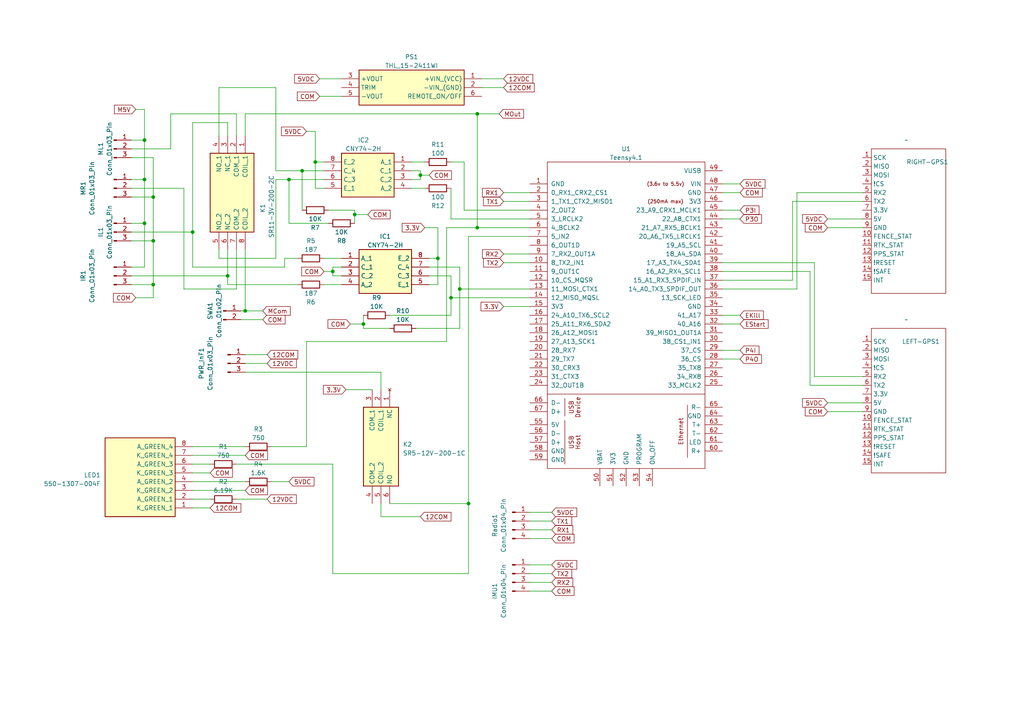
<source format=kicad_sch>
(kicad_sch (version 20230121) (generator eeschema)
  (paper "A4")
  (title_block (title "AGV Control Board") (rev "V1.1") (comment 1 "Missing 5V on J4") (comment 2 "Adding Engine Off and Start Relay") (comment 3 "Optocoupler Changed to CNY74-2H"))
  (lib_symbols
    (symbol "Boards:SparkFun_GPS-RTK"
      (property "Reference" "U3" (at -1.27 -6.35 0))
      (property "Value" "~" (at 0 0 0))
      (symbol "SparkFun_GPS-RTK_0_1"
        (rectangle (start -10.16 -2.54) (end 11.43 -44.45))
      )
      (symbol "SparkFun_GPS-RTK_1_1"
        (pin unspecified line (at -12.7 -6.35 0) (length 2.54) (name "SCK") (number "1"))
        (pin unspecified line (at -12.7 -29.21 0) (length 2.54) (name "FENCE_STAT") (number "10"))
        (pin unspecified line (at -12.7 -31.75 0) (length 2.54) (name "RTK_STAT") (number "11"))
        (pin unspecified line (at -12.7 -34.29 0) (length 2.54) (name "PPS_STAT") (number "12"))
        (pin unspecified line (at -12.7 -36.83 0) (length 2.54) (name "!RESET") (number "13"))
        (pin unspecified line (at -12.7 -39.37 0) (length 2.54) (name "!SAFE") (number "14"))
        (pin unspecified line (at -12.7 -41.91 0) (length 2.54) (name "INT") (number "15"))
        (pin unspecified line (at -12.7 -8.89 0) (length 2.54) (name "MISO") (number "2"))
        (pin unspecified line (at -12.7 -11.43 0) (length 2.54) (name "MOSI") (number "3"))
        (pin unspecified line (at -12.7 -13.97 0) (length 2.54) (name "!CS") (number "4"))
        (pin unspecified line (at -12.7 -16.51 0) (length 2.54) (name "RX2") (number "5"))
        (pin unspecified line (at -12.7 -19.05 0) (length 2.54) (name "TX2") (number "6"))
        (pin unspecified line (at -12.7 -21.59 0) (length 2.54) (name "3.3V") (number "7"))
        (pin unspecified line (at -12.7 -24.13 0) (length 2.54) (name "5V") (number "8"))
        (pin unspecified line (at -12.7 -26.67 0) (length 2.54) (name "GND") (number "9"))
      )
    )
    (symbol "Connector:Conn_01x02_Pin" (pin_names (offset 1.016) hide)
      (property "Reference" "J" (at 0 2.54 0))
      (property "Value" "Conn_01x02_Pin" (at 0 -5.08 0))
      (symbol "Conn_01x02_Pin_1_1"
        (polyline (pts (xy 1.27 -2.54) (xy 0.8636 -2.54)) (stroke (width 0.1524)))
        (polyline (pts (xy 1.27 0) (xy 0.8636 0)) (stroke (width 0.1524)))
        (rectangle (start 0.8636 -2.413) (end 0 -2.667) (stroke (width 0.1524)) (fill (type outline)))
        (rectangle (start 0.8636 0.127) (end 0 -0.127) (stroke (width 0.1524)) (fill (type outline)))
        (pin passive line (at 5.08 0 180) (length 3.81) (name "Pin_1") (number "1"))
        (pin passive line (at 5.08 -2.54 180) (length 3.81) (name "Pin_2") (number "2"))
      )
    )
    (symbol "Connector:Conn_01x03_Pin" (pin_names (offset 1.016) hide)
      (property "Reference" "J" (at 0 5.08 0))
      (property "Value" "Conn_01x03_Pin" (at 0 -5.08 0))
      (symbol "Conn_01x03_Pin_1_1"
        (polyline (pts (xy 1.27 -2.54) (xy 0.8636 -2.54)) (stroke (width 0.1524)))
        (polyline (pts (xy 1.27 0) (xy 0.8636 0)) (stroke (width 0.1524)))
        (polyline (pts (xy 1.27 2.54) (xy 0.8636 2.54)) (stroke (width 0.1524)))
        (rectangle (start 0.8636 -2.413) (end 0 -2.667) (stroke (width 0.1524)) (fill (type outline)))
        (rectangle (start 0.8636 0.127) (end 0 -0.127) (stroke (width 0.1524)) (fill (type outline)))
        (rectangle (start 0.8636 2.667) (end 0 2.413) (stroke (width 0.1524)) (fill (type outline)))
        (pin passive line (at 5.08 2.54 180) (length 3.81) (name "Pin_1") (number "1"))
        (pin passive line (at 5.08 0 180) (length 3.81) (name "Pin_2") (number "2"))
        (pin passive line (at 5.08 -2.54 180) (length 3.81) (name "Pin_3") (number "3"))
      )
    )
    (symbol "Connector:Conn_01x04_Pin" (pin_names (offset 1.016) hide)
      (property "Reference" "J" (at 0 5.08 0))
      (property "Value" "Conn_01x04_Pin" (at 0 -7.62 0))
      (symbol "Conn_01x04_Pin_1_1"
        (polyline (pts (xy 1.27 -5.08) (xy 0.8636 -5.08)) (stroke (width 0.1524)))
        (polyline (pts (xy 1.27 -2.54) (xy 0.8636 -2.54)) (stroke (width 0.1524)))
        (polyline (pts (xy 1.27 0) (xy 0.8636 0)) (stroke (width 0.1524)))
        (polyline (pts (xy 1.27 2.54) (xy 0.8636 2.54)) (stroke (width 0.1524)))
        (rectangle (start 0.8636 -4.953) (end 0 -5.207) (stroke (width 0.1524)) (fill (type outline)))
        (rectangle (start 0.8636 -2.413) (end 0 -2.667) (stroke (width 0.1524)) (fill (type outline)))
        (rectangle (start 0.8636 0.127) (end 0 -0.127) (stroke (width 0.1524)) (fill (type outline)))
        (rectangle (start 0.8636 2.667) (end 0 2.413) (stroke (width 0.1524)) (fill (type outline)))
        (pin passive line (at 5.08 2.54 180) (length 3.81) (name "Pin_1") (number "1"))
        (pin passive line (at 5.08 0 180) (length 3.81) (name "Pin_2") (number "2"))
        (pin passive line (at 5.08 -2.54 180) (length 3.81) (name "Pin_3") (number "3"))
        (pin passive line (at 5.08 -5.08 180) (length 3.81) (name "Pin_4") (number "4"))
      )
    )
    (symbol "Device:R" (pin_numbers hide) (pin_names (offset 0))
      (property "Reference" "R" (at 2.032 0 90))
      (property "Value" "R" (at 0 0 90))
      (symbol "R_0_1"
        (rectangle (start -1.016 -2.54) (end 1.016 2.54) (stroke (width 0.254)))
      )
      (symbol "R_1_1"
        (pin passive line (at 0 3.81 270) (length 1.27) (name "~") (number "1"))
        (pin passive line (at 0 -3.81 90) (length 1.27) (name "~") (number "2"))
      )
    )
    (symbol "SamacSys:550-1307-004F"
      (property "Reference" "LED" (at 26.67 7.62 0))
      (property "Value" "550-1307-004F" (at 26.67 5.08 0))
      (symbol "550-1307-004F_1_1"
        (rectangle (start 5.08 2.54) (end 25.4 -20.32) (stroke (width 0.254)) (fill (type background)))
        (pin passive line (at 0 -17.78 0) (length 5.08) (name "K_GREEN_1") (number "1"))
        (pin passive line (at 0 -15.24 0) (length 5.08) (name "A_GREEN_1") (number "2"))
        (pin passive line (at 0 -12.7 0) (length 5.08) (name "K_GREEN_2") (number "3"))
        (pin passive line (at 0 -10.16 0) (length 5.08) (name "A_GREEN_2") (number "4"))
        (pin passive line (at 0 -7.62 0) (length 5.08) (name "K_GREEN_3") (number "5"))
        (pin passive line (at 0 -5.08 0) (length 5.08) (name "A_GREEN_3") (number "6"))
        (pin passive line (at 0 -2.54 0) (length 5.08) (name "K_GREEN_4") (number "7"))
        (pin passive line (at 0 0 0) (length 5.08) (name "A_GREEN_4") (number "8"))
      )
    )
    (symbol "SamacSys:CNY74-2H"
      (property "Reference" "Q" (at 21.59 7.62 0))
      (property "Value" "CNY74-2H" (at 21.59 5.08 0))
      (symbol "CNY74-2H_1_1"
        (rectangle (start 5.08 2.54) (end 20.32 -10.16) (stroke (width 0.254)) (fill (type background)))
        (pin passive line (at 0 0 0) (length 5.08) (name "A_1") (number "1"))
        (pin passive line (at 0 -2.54 0) (length 5.08) (name "C_1") (number "2"))
        (pin passive line (at 0 -5.08 0) (length 5.08) (name "C_2") (number "3"))
        (pin passive line (at 0 -7.62 0) (length 5.08) (name "A_2") (number "4"))
        (pin passive line (at 25.4 -7.62 180) (length 5.08) (name "E_1") (number "5"))
        (pin passive line (at 25.4 -5.08 180) (length 5.08) (name "C_3") (number "6"))
        (pin passive line (at 25.4 -2.54 180) (length 5.08) (name "C_4") (number "7"))
        (pin passive line (at 25.4 0 180) (length 5.08) (name "E_2") (number "8"))
      )
    )
    (symbol "SamacSys:SR11-3V-200-2C"
      (property "Reference" "K" (at 29.21 7.62 0))
      (property "Value" "SR11-3V-200-2C" (at 29.21 5.08 0))
      (symbol "SR11-3V-200-2C_1_1"
        (rectangle (start 5.08 2.54) (end 27.94 -10.16) (stroke (width 0.254)) (fill (type background)))
        (pin passive line (at 0 0 0) (length 5.08) (name "COIL_1") (number "1"))
        (pin passive line (at 0 -2.54 0) (length 5.08) (name "COM_1") (number "2"))
        (pin passive line (at 0 -5.08 0) (length 5.08) (name "NC_1") (number "3"))
        (pin passive line (at 0 -7.62 0) (length 5.08) (name "NO_1") (number "4"))
        (pin passive line (at 33.02 -7.62 180) (length 5.08) (name "NO_2") (number "5"))
        (pin passive line (at 33.02 -5.08 180) (length 5.08) (name "NC_2") (number "6"))
        (pin passive line (at 33.02 -2.54 180) (length 5.08) (name "COM_2") (number "7"))
        (pin passive line (at 33.02 0 180) (length 5.08) (name "COIL_2") (number "8"))
      )
    )
    (symbol "SamacSys:SR5-12V-200-1C"
      (property "Reference" "J" (at 29.21 7.62 0))
      (property "Value" "SR5-12V-200-1C" (at 29.21 5.08 0))
      (symbol "SR5-12V-200-1C_1_1"
        (rectangle (start 5.08 2.54) (end 27.94 -7.62) (stroke (width 0.254)) (fill (type background)))
        (pin no_connect line (at 0 0 0) (length 5.08) (name "NC") (number "1"))
        (pin passive line (at 0 -2.54 0) (length 5.08) (name "COIL_1") (number "2"))
        (pin passive line (at 0 -5.08 0) (length 5.08) (name "COM_1") (number "3"))
        (pin passive line (at 33.02 -5.08 180) (length 5.08) (name "COM_2") (number "4"))
        (pin passive line (at 33.02 -2.54 180) (length 5.08) (name "COIL_2") (number "5"))
        (pin passive line (at 33.02 0 180) (length 5.08) (name "NO") (number "6"))
      )
    )
    (symbol "SamacSys:THL_15-2411WI"
      (property "Reference" "PS" (at 36.83 7.62 0))
      (property "Value" "THL_15-2411WI" (at 36.83 5.08 0))
      (symbol "THL_15-2411WI_1_1"
        (rectangle (start 5.08 2.54) (end 35.56 -7.62) (stroke (width 0.254)) (fill (type background)))
        (pin passive line (at 40.64 0 180) (length 5.08) (name "+VIN_(VCC)") (number "1"))
        (pin passive line (at 40.64 -2.54 180) (length 5.08) (name "-VIN_(GND)") (number "2"))
        (pin passive line (at 0 0 0) (length 5.08) (name "+VOUT") (number "3"))
        (pin passive line (at 0 -2.54 0) (length 5.08) (name "TRIM") (number "4"))
        (pin passive line (at 0 -5.08 0) (length 5.08) (name "-VOUT") (number "5"))
        (pin passive line (at 40.64 -5.08 180) (length 5.08) (name "REMOTE_ON/OFF") (number "6"))
      )
    )
    (symbol "SparkFun_GPS-RTK_1"
      (property "Reference" "U2" (at 0 -6.35 0))
      (property "Value" "~" (at 0 0 0))
      (symbol "SparkFun_GPS-RTK_1_0_1"
        (rectangle (start -10.16 -2.54) (end 11.43 -44.45))
      )
      (symbol "SparkFun_GPS-RTK_1_1_1"
        (pin unspecified line (at -12.7 -5.08 0) (length 2.54) (name "SCK") (number "1"))
        (pin unspecified line (at -12.7 -27.94 0) (length 2.54) (name "FENCE_STAT") (number "10"))
        (pin unspecified line (at -12.7 -30.48 0) (length 2.54) (name "RTK_STAT") (number "11"))
        (pin unspecified line (at -12.7 -33.02 0) (length 2.54) (name "PPS_STAT") (number "12"))
        (pin unspecified line (at -12.7 -35.56 0) (length 2.54) (name "!RESET") (number "13"))
        (pin unspecified line (at -12.7 -38.1 0) (length 2.54) (name "!SAFE") (number "14"))
        (pin unspecified line (at -12.7 -40.64 0) (length 2.54) (name "INT") (number "15"))
        (pin unspecified line (at -12.7 -7.62 0) (length 2.54) (name "MISO") (number "2"))
        (pin unspecified line (at -12.7 -10.16 0) (length 2.54) (name "MOSI") (number "3"))
        (pin unspecified line (at -12.7 -12.7 0) (length 2.54) (name "!CS") (number "4"))
        (pin unspecified line (at -12.7 -15.24 0) (length 2.54) (name "RX2") (number "5"))
        (pin unspecified line (at -12.7 -17.78 0) (length 2.54) (name "TX2") (number "6"))
        (pin unspecified line (at -12.7 -20.32 0) (length 2.54) (name "3.3V") (number "7"))
        (pin unspecified line (at -12.7 -22.86 0) (length 2.54) (name "5V") (number "8"))
        (pin unspecified line (at -12.7 -25.4 0) (length 2.54) (name "GND") (number "9"))
      )
    )
    (symbol "Teensy:Teensy4.1" (pin_names (offset 1.016))
      (property "Reference" "U" (at 0 64.77 0))
      (property "Value" "Teensy4.1" (at 0 62.23 0))
      (symbol "Teensy4.1_0_0"
        (polyline (pts (xy -22.86 -6.35) (xy 22.86 -6.35)))
        (polyline (pts (xy -17.78 -26.67) (xy -17.78 -13.97)))
        (polyline (pts (xy -17.78 -7.62) (xy -17.78 -12.7)))
        (polyline (pts (xy 17.78 -9.525) (xy 17.78 -24.765)))
        (text "(250mA max)" (at 11.43 49.53 0) (effects (font (size 1.016 1.016))))
        (text "(3.6v to 5.5v)" (at 11.43 54.61 0) (effects (font (size 1.016 1.016))))
        (text "Device" (at -13.97 -10.16 900) (effects (font (size 1.27 1.27))))
        (text "Ethernet" (at 15.875 -17.145 900) (effects (font (size 1.27 1.27))))
        (text "Host" (at -13.97 -20.32 900) (effects (font (size 1.27 1.27))))
        (text "USB" (at -15.875 -20.32 900) (effects (font (size 1.27 1.27))))
        (text "USB" (at -15.875 -10.16 900) (effects (font (size 1.27 1.27))))
        (pin bidirectional line (at -27.94 31.75 0) (length 5.08) (name "8_TX2_IN1") (number "10"))
        (pin bidirectional line (at -27.94 29.21 0) (length 5.08) (name "9_OUT1C") (number "11"))
        (pin bidirectional line (at -27.94 26.67 0) (length 5.08) (name "10_CS_MQSR") (number "12"))
        (pin bidirectional line (at -27.94 24.13 0) (length 5.08) (name "11_MOSI_CTX1") (number "13"))
        (pin bidirectional line (at -27.94 21.59 0) (length 5.08) (name "12_MISO_MQSL") (number "14"))
        (pin power_in line (at -27.94 19.05 0) (length 5.08) (name "3V3") (number "15"))
        (pin bidirectional line (at -27.94 16.51 0) (length 5.08) (name "24_A10_TX6_SCL2") (number "16"))
        (pin bidirectional line (at -27.94 13.97 0) (length 5.08) (name "25_A11_RX6_SDA2") (number "17"))
        (pin bidirectional line (at -27.94 11.43 0) (length 5.08) (name "26_A12_MOSI1") (number "18"))
        (pin bidirectional line (at -27.94 8.89 0) (length 5.08) (name "27_A13_SCK1") (number "19"))
        (pin bidirectional line (at -27.94 6.35 0) (length 5.08) (name "28_RX7") (number "20"))
        (pin bidirectional line (at -27.94 3.81 0) (length 5.08) (name "29_TX7") (number "21"))
        (pin bidirectional line (at -27.94 1.27 0) (length 5.08) (name "30_CRX3") (number "22"))
        (pin bidirectional line (at -27.94 -1.27 0) (length 5.08) (name "31_CTX3") (number "23"))
        (pin bidirectional line (at -27.94 -3.81 0) (length 5.08) (name "32_OUT1B") (number "24"))
        (pin bidirectional line (at 27.94 -3.81 180) (length 5.08) (name "33_MCLK2") (number "25"))
        (pin bidirectional line (at 27.94 -1.27 180) (length 5.08) (name "34_RX8") (number "26"))
        (pin bidirectional line (at 27.94 1.27 180) (length 5.08) (name "35_TX8") (number "27"))
        (pin bidirectional line (at 27.94 3.81 180) (length 5.08) (name "36_CS") (number "28"))
        (pin bidirectional line (at 27.94 6.35 180) (length 5.08) (name "37_CS") (number "29"))
        (pin bidirectional line (at 27.94 8.89 180) (length 5.08) (name "38_CS1_IN1") (number "30"))
        (pin bidirectional line (at 27.94 11.43 180) (length 5.08) (name "39_MISO1_OUT1A") (number "31"))
        (pin bidirectional line (at 27.94 13.97 180) (length 5.08) (name "40_A16") (number "32"))
        (pin bidirectional line (at 27.94 16.51 180) (length 5.08) (name "41_A17") (number "33"))
        (pin bidirectional line (at 27.94 21.59 180) (length 5.08) (name "13_SCK_LED") (number "35"))
        (pin bidirectional line (at 27.94 24.13 180) (length 5.08) (name "14_A0_TX3_SPDIF_OUT") (number "36"))
        (pin bidirectional line (at 27.94 26.67 180) (length 5.08) (name "15_A1_RX3_SPDIF_IN") (number "37"))
        (pin bidirectional line (at 27.94 29.21 180) (length 5.08) (name "16_A2_RX4_SCL1") (number "38"))
        (pin bidirectional line (at 27.94 31.75 180) (length 5.08) (name "17_A3_TX4_SDA1") (number "39"))
        (pin bidirectional line (at 27.94 34.29 180) (length 5.08) (name "18_A4_SDA") (number "40"))
        (pin bidirectional line (at 27.94 36.83 180) (length 5.08) (name "19_A5_SCL") (number "41"))
        (pin bidirectional line (at 27.94 39.37 180) (length 5.08) (name "20_A6_TX5_LRCLK1") (number "42"))
        (pin bidirectional line (at 27.94 41.91 180) (length 5.08) (name "21_A7_RX5_BCLK1") (number "43"))
        (pin bidirectional line (at 27.94 44.45 180) (length 5.08) (name "22_A8_CTX1") (number "44"))
        (pin bidirectional line (at 27.94 46.99 180) (length 5.08) (name "23_A9_CRX1_MCLK1") (number "45"))
        (pin output line (at 27.94 49.53 180) (length 5.08) (name "3V3") (number "46"))
        (pin output line (at 27.94 52.07 180) (length 5.08) (name "GND") (number "47"))
        (pin power_in line (at 27.94 54.61 180) (length 5.08) (name "VIN") (number "48"))
        (pin power_out line (at 27.94 58.42 180) (length 5.08) (name "VUSB") (number "49"))
        (pin bidirectional line (at -27.94 44.45 0) (length 5.08) (name "3_LRCLK2") (number "5"))
        (pin power_in line (at -7.62 -33.02 90) (length 5.08) (name "VBAT") (number "50"))
        (pin power_in line (at -3.81 -33.02 90) (length 5.08) (name "3V3") (number "51"))
        (pin input line (at 0 -33.02 90) (length 5.08) (name "GND") (number "52"))
        (pin input line (at 3.81 -33.02 90) (length 5.08) (name "PROGRAM") (number "53"))
        (pin input line (at 7.62 -33.02 90) (length 5.08) (name "ON_OFF") (number "54"))
        (pin power_out line (at -27.94 -15.24 0) (length 5.08) (name "5V") (number "55"))
        (pin bidirectional line (at -27.94 -17.78 0) (length 5.08) (name "D-") (number "56"))
        (pin bidirectional line (at -27.94 -20.32 0) (length 5.08) (name "D+") (number "57"))
        (pin power_in line (at -27.94 -22.86 0) (length 5.08) (name "GND") (number "58"))
        (pin power_in line (at -27.94 -25.4 0) (length 5.08) (name "GND") (number "59"))
        (pin bidirectional line (at -27.94 41.91 0) (length 5.08) (name "4_BCLK2") (number "6"))
        (pin bidirectional line (at 27.94 -22.86 180) (length 5.08) (name "R+") (number "60"))
        (pin bidirectional line (at 27.94 -20.32 180) (length 5.08) (name "LED") (number "61"))
        (pin bidirectional line (at 27.94 -17.78 180) (length 5.08) (name "T-") (number "62"))
        (pin bidirectional line (at 27.94 -15.24 180) (length 5.08) (name "T+") (number "63"))
        (pin power_in line (at 27.94 -12.7 180) (length 5.08) (name "GND") (number "64"))
        (pin bidirectional line (at 27.94 -10.16 180) (length 5.08) (name "R-") (number "65"))
        (pin bidirectional line (at -27.94 -8.89 0) (length 5.08) (name "D-") (number "66"))
        (pin bidirectional line (at -27.94 -11.43 0) (length 5.08) (name "D+") (number "67"))
        (pin bidirectional line (at -27.94 39.37 0) (length 5.08) (name "5_IN2") (number "7"))
        (pin bidirectional line (at -27.94 36.83 0) (length 5.08) (name "6_OUT1D") (number "8"))
        (pin bidirectional line (at -27.94 34.29 0) (length 5.08) (name "7_RX2_OUT1A") (number "9"))
      )
      (symbol "Teensy4.1_0_1"
        (rectangle (start -22.86 60.96) (end 22.86 -27.94))
        (rectangle (start -20.32 -1.27) (end -20.32 -1.27))
      )
      (symbol "Teensy4.1_1_1"
        (pin power_in line (at -27.94 54.61 0) (length 5.08) (name "GND") (number "1"))
        (pin bidirectional line (at -27.94 52.07 0) (length 5.08) (name "0_RX1_CRX2_CS1") (number "2"))
        (pin bidirectional line (at -27.94 49.53 0) (length 5.08) (name "1_TX1_CTX2_MISO1") (number "3"))
        (pin power_in line (at 27.94 19.05 180) (length 5.08) (name "GND") (number "34"))
        (pin bidirectional line (at -27.94 46.99 0) (length 5.08) (name "2_OUT2") (number "4"))
      )
    )
  )
  (junction (at 102.87 62.23))
  (junction (at 41.91 52.07))
  (junction (at 121.92 50.8))
  (junction (at 55.88 67.31))
  (junction (at 41.91 40.64))
  (junction (at 87.63 49.53))
  (junction (at 66.04 80.01))
  (junction (at 138.43 66.04))
  (junction (at 138.43 33.02))
  (junction (at 135.89 146.05))
  (junction (at 96.52 78.74))
  (junction (at 91.44 46.99))
  (junction (at 127 74.93))
  (junction (at 133.35 83.82))
  (junction (at 105.41 93.98))
  (junction (at 83.82 52.07))
  (junction (at 41.91 64.77))
  (junction (at 71.12 90.17))
  (junction (at 44.45 82.55))
  (junction (at 44.45 57.15))
  (junction (at 44.45 69.85))
  (junction (at 130.81 86.36))
  (wire (pts (xy 209.55 81.28) (xy 229.87 81.28)))
  (wire (pts (xy 138.43 66.04) (xy 138.43 33.02)))
  (wire (pts (xy 209.55 83.82) (xy 231.14 83.82)))
  (wire (pts (xy 146.05 73.66) (xy 153.67 73.66)))
  (wire (pts (xy 134.62 46.99) (xy 134.62 60.96)))
  (wire (pts (xy 71.12 72.39) (xy 71.12 90.17)))
  (wire (pts (xy 80.01 52.07) (xy 83.82 52.07)))
  (wire (pts (xy 91.44 38.1) (xy 91.44 46.99)))
  (wire (pts (xy 38.1 40.64) (xy 41.91 40.64)))
  (wire (pts (xy 234.95 78.74) (xy 234.95 111.76)))
  (wire (pts (xy 96.52 80.01) (xy 96.52 78.74)))
  (wire (pts (xy 153.67 156.21) (xy 160.02 156.21)))
  (wire (pts (xy 96.52 78.74) (xy 96.52 77.47)))
  (wire (pts (xy 87.63 49.53) (xy 93.98 49.53)))
  (wire (pts (xy 41.91 77.47) (xy 41.91 64.77)))
  (wire (pts (xy 138.43 33.02) (xy 144.78 33.02)))
  (wire (pts (xy 124.46 80.01) (xy 130.81 80.01)))
  (wire (pts (xy 138.43 66.04) (xy 153.67 66.04)))
  (wire (pts (xy 71.12 105.41) (xy 77.47 105.41)))
  (wire (pts (xy 68.58 33.02) (xy 68.58 39.37)))
  (wire (pts (xy 240.03 119.38) (xy 250.19 119.38)))
  (wire (pts (xy 68.58 144.78) (xy 77.47 144.78)))
  (wire (pts (xy 38.1 45.72) (xy 44.45 45.72)))
  (wire (pts (xy 80.01 25.4) (xy 80.01 49.53)))
  (wire (pts (xy 41.91 40.64) (xy 41.91 52.07)))
  (wire (pts (xy 100.33 113.03) (xy 107.95 113.03)))
  (wire (pts (xy 153.67 166.37) (xy 160.02 166.37)))
  (wire (pts (xy 209.55 55.88) (xy 214.63 55.88)))
  (wire (pts (xy 95.25 60.96) (xy 102.87 60.96)))
  (wire (pts (xy 153.67 148.59) (xy 160.02 148.59)))
  (wire (pts (xy 209.55 101.6) (xy 214.63 101.6)))
  (wire (pts (xy 119.38 54.61) (xy 123.19 54.61)))
  (wire (pts (xy 139.7 25.4) (xy 146.05 25.4)))
  (wire (pts (xy 80.01 52.07) (xy 80.01 74.93)))
  (wire (pts (xy 124.46 50.8) (xy 121.92 50.8)))
  (wire (pts (xy 71.12 102.87) (xy 77.47 102.87)))
  (wire (pts (xy 80.01 74.93) (xy 63.5 74.93)))
  (wire (pts (xy 102.87 60.96) (xy 102.87 62.23)))
  (wire (pts (xy 55.88 129.54) (xy 71.12 129.54)))
  (wire (pts (xy 38.1 77.47) (xy 41.91 77.47)))
  (wire (pts (xy 110.49 107.95) (xy 110.49 113.03)))
  (wire (pts (xy 68.58 83.82) (xy 68.58 72.39)))
  (wire (pts (xy 123.19 66.04) (xy 127 66.04)))
  (wire (pts (xy 66.04 80.01) (xy 66.04 82.55)))
  (wire (pts (xy 55.88 134.62) (xy 60.96 134.62)))
  (wire (pts (xy 121.92 49.53) (xy 121.92 50.8)))
  (wire (pts (xy 83.82 52.07) (xy 93.98 52.07)))
  (wire (pts (xy 55.88 35.56) (xy 66.04 35.56)))
  (wire (pts (xy 135.89 68.58) (xy 153.67 68.58)))
  (wire (pts (xy 130.81 91.44) (xy 130.81 86.36)))
  (wire (pts (xy 106.68 62.23) (xy 102.87 62.23)))
  (wire (pts (xy 41.91 52.07) (xy 38.1 52.07)))
  (wire (pts (xy 91.44 46.99) (xy 91.44 54.61)))
  (wire (pts (xy 88.9 99.06) (xy 129.54 99.06)))
  (wire (pts (xy 153.67 151.13) (xy 160.02 151.13)))
  (wire (pts (xy 130.81 86.36) (xy 153.67 86.36)))
  (wire (pts (xy 134.62 60.96) (xy 153.67 60.96)))
  (wire (pts (xy 105.41 95.25) (xy 105.41 93.98)))
  (wire (pts (xy 146.05 88.9) (xy 153.67 88.9)))
  (wire (pts (xy 130.81 46.99) (xy 134.62 46.99)))
  (wire (pts (xy 38.1 57.15) (xy 44.45 57.15)))
  (wire (pts (xy 69.85 92.71) (xy 76.2 92.71)))
  (wire (pts (xy 119.38 52.07) (xy 121.92 52.07)))
  (wire (pts (xy 93.98 82.55) (xy 99.06 82.55)))
  (wire (pts (xy 229.87 81.28) (xy 229.87 58.42)))
  (wire (pts (xy 80.01 25.4) (xy 63.5 25.4)))
  (wire (pts (xy 63.5 72.39) (xy 63.5 74.93)))
  (wire (pts (xy 236.22 109.22) (xy 250.19 109.22)))
  (wire (pts (xy 38.1 67.31) (xy 55.88 67.31)))
  (wire (pts (xy 153.67 168.91) (xy 160.02 168.91)))
  (wire (pts (xy 124.46 77.47) (xy 133.35 77.47)))
  (wire (pts (xy 119.38 46.99) (xy 123.19 46.99)))
  (wire (pts (xy 127 66.04) (xy 127 74.93)))
  (wire (pts (xy 130.81 54.61) (xy 130.81 63.5)))
  (wire (pts (xy 209.55 60.96) (xy 214.63 60.96)))
  (wire (pts (xy 93.98 78.74) (xy 96.52 78.74)))
  (wire (pts (xy 240.03 116.84) (xy 250.19 116.84)))
  (wire (pts (xy 49.53 33.02) (xy 68.58 33.02)))
  (wire (pts (xy 80.01 49.53) (xy 87.63 49.53)))
  (wire (pts (xy 38.1 80.01) (xy 66.04 80.01)))
  (wire (pts (xy 229.87 58.42) (xy 250.19 58.42)))
  (wire (pts (xy 121.92 49.53) (xy 119.38 49.53)))
  (wire (pts (xy 209.55 91.44) (xy 214.63 91.44)))
  (wire (pts (xy 153.67 163.83) (xy 160.02 163.83)))
  (wire (pts (xy 95.25 64.77) (xy 83.82 64.77)))
  (wire (pts (xy 55.88 77.47) (xy 55.88 67.31)))
  (wire (pts (xy 146.05 76.2) (xy 153.67 76.2)))
  (wire (pts (xy 87.63 49.53) (xy 87.63 60.96)))
  (wire (pts (xy 135.89 146.05) (xy 135.89 68.58)))
  (wire (pts (xy 135.89 166.37) (xy 135.89 146.05)))
  (wire (pts (xy 63.5 25.4) (xy 63.5 39.37)))
  (wire (pts (xy 68.58 134.62) (xy 96.52 134.62)))
  (wire (pts (xy 209.55 76.2) (xy 236.22 76.2)))
  (wire (pts (xy 38.1 82.55) (xy 44.45 82.55)))
  (wire (pts (xy 78.74 139.7) (xy 83.82 139.7)))
  (wire (pts (xy 92.71 22.86) (xy 99.06 22.86)))
  (wire (pts (xy 71.12 107.95) (xy 110.49 107.95)))
  (wire (pts (xy 113.03 95.25) (xy 105.41 95.25)))
  (wire (pts (xy 209.55 63.5) (xy 214.63 63.5)))
  (wire (pts (xy 96.52 77.47) (xy 99.06 77.47)))
  (wire (pts (xy 82.55 77.47) (xy 55.88 77.47)))
  (wire (pts (xy 139.7 22.86) (xy 146.05 22.86)))
  (wire (pts (xy 88.9 129.54) (xy 88.9 99.06)))
  (wire (pts (xy 120.65 95.25) (xy 133.35 95.25)))
  (wire (pts (xy 49.53 43.18) (xy 49.53 33.02)))
  (wire (pts (xy 86.36 82.55) (xy 66.04 82.55)))
  (wire (pts (xy 55.88 142.24) (xy 71.12 142.24)))
  (wire (pts (xy 53.34 54.61) (xy 53.34 83.82)))
  (wire (pts (xy 130.81 63.5) (xy 153.67 63.5)))
  (wire (pts (xy 39.37 86.36) (xy 44.45 86.36)))
  (wire (pts (xy 110.49 146.05) (xy 110.49 149.86)))
  (wire (pts (xy 133.35 77.47) (xy 133.35 83.82)))
  (wire (pts (xy 209.55 93.98) (xy 214.63 93.98)))
  (wire (pts (xy 209.55 53.34) (xy 214.63 53.34)))
  (wire (pts (xy 91.44 46.99) (xy 93.98 46.99)))
  (wire (pts (xy 38.1 69.85) (xy 44.45 69.85)))
  (wire (pts (xy 99.06 80.01) (xy 96.52 80.01)))
  (wire (pts (xy 124.46 74.93) (xy 127 74.93)))
  (wire (pts (xy 55.88 132.08) (xy 71.12 132.08)))
  (wire (pts (xy 113.03 91.44) (xy 130.81 91.44)))
  (wire (pts (xy 236.22 76.2) (xy 236.22 109.22)))
  (wire (pts (xy 102.87 64.77) (xy 102.87 62.23)))
  (wire (pts (xy 96.52 166.37) (xy 135.89 166.37)))
  (wire (pts (xy 38.1 54.61) (xy 53.34 54.61)))
  (wire (pts (xy 55.88 139.7) (xy 71.12 139.7)))
  (wire (pts (xy 146.05 55.88) (xy 153.67 55.88)))
  (wire (pts (xy 55.88 147.32) (xy 60.96 147.32)))
  (wire (pts (xy 133.35 83.82) (xy 153.67 83.82)))
  (wire (pts (xy 209.55 78.74) (xy 234.95 78.74)))
  (wire (pts (xy 71.12 90.17) (xy 76.2 90.17)))
  (wire (pts (xy 129.54 99.06) (xy 129.54 66.04)))
  (wire (pts (xy 41.91 31.75) (xy 41.91 40.64)))
  (wire (pts (xy 93.98 54.61) (xy 91.44 54.61)))
  (wire (pts (xy 209.55 104.14) (xy 214.63 104.14)))
  (wire (pts (xy 231.14 83.82) (xy 231.14 55.88)))
  (wire (pts (xy 88.9 38.1) (xy 91.44 38.1)))
  (wire (pts (xy 55.88 67.31) (xy 55.88 35.56)))
  (wire (pts (xy 130.81 80.01) (xy 130.81 86.36)))
  (wire (pts (xy 92.71 27.94) (xy 99.06 27.94)))
  (wire (pts (xy 138.43 33.02) (xy 71.12 33.02)))
  (wire (pts (xy 124.46 82.55) (xy 127 82.55)))
  (wire (pts (xy 55.88 137.16) (xy 60.96 137.16)))
  (wire (pts (xy 55.88 144.78) (xy 60.96 144.78)))
  (wire (pts (xy 110.49 149.86) (xy 121.92 149.86)))
  (wire (pts (xy 66.04 80.01) (xy 66.04 72.39)))
  (wire (pts (xy 71.12 90.17) (xy 69.85 90.17)))
  (wire (pts (xy 44.45 82.55) (xy 44.45 69.85)))
  (wire (pts (xy 121.92 50.8) (xy 121.92 52.07)))
  (wire (pts (xy 53.34 83.82) (xy 68.58 83.82)))
  (wire (pts (xy 96.52 134.62) (xy 96.52 166.37)))
  (wire (pts (xy 101.6 93.98) (xy 105.41 93.98)))
  (wire (pts (xy 38.1 43.18) (xy 49.53 43.18)))
  (wire (pts (xy 44.45 86.36) (xy 44.45 82.55)))
  (wire (pts (xy 129.54 66.04) (xy 138.43 66.04)))
  (wire (pts (xy 234.95 111.76) (xy 250.19 111.76)))
  (wire (pts (xy 153.67 171.45) (xy 160.02 171.45)))
  (wire (pts (xy 231.14 55.88) (xy 250.19 55.88)))
  (wire (pts (xy 113.03 146.05) (xy 135.89 146.05)))
  (wire (pts (xy 82.55 74.93) (xy 82.55 77.47)))
  (wire (pts (xy 44.45 57.15) (xy 44.45 45.72)))
  (wire (pts (xy 240.03 63.5) (xy 250.19 63.5)))
  (wire (pts (xy 82.55 74.93) (xy 86.36 74.93)))
  (wire (pts (xy 41.91 64.77) (xy 41.91 52.07)))
  (wire (pts (xy 153.67 153.67) (xy 160.02 153.67)))
  (wire (pts (xy 127 82.55) (xy 127 74.93)))
  (wire (pts (xy 39.37 31.75) (xy 41.91 31.75)))
  (wire (pts (xy 66.04 35.56) (xy 66.04 39.37)))
  (wire (pts (xy 38.1 64.77) (xy 41.91 64.77)))
  (wire (pts (xy 93.98 74.93) (xy 99.06 74.93)))
  (wire (pts (xy 78.74 129.54) (xy 88.9 129.54)))
  (wire (pts (xy 146.05 58.42) (xy 153.67 58.42)))
  (wire (pts (xy 105.41 91.44) (xy 105.41 93.98)))
  (wire (pts (xy 83.82 64.77) (xy 83.82 52.07)))
  (wire (pts (xy 133.35 95.25) (xy 133.35 83.82)))
  (wire (pts (xy 240.03 66.04) (xy 250.19 66.04)))
  (wire (pts (xy 44.45 69.85) (xy 44.45 57.15)))
  (wire (pts (xy 71.12 33.02) (xy 71.12 39.37)))
  (global_label "3.3V" (shape input) (at 123.19 66.04 180) (property "Intersheetrefs" "${INTERSHEET_REFS}" (effects hide)))
  (global_label "5VDC" (shape input) (at 92.71 22.86 180) (property "Intersheetrefs" "${INTERSHEET_REFS}" (effects hide)))
  (global_label "COM" (shape input) (at 240.03 66.04 180) (property "Intersheetrefs" "${INTERSHEET_REFS}" (effects hide)))
  (global_label "COM" (shape input) (at 214.63 55.88 0) (property "Intersheetrefs" "${INTERSHEET_REFS}" (effects hide)))
  (global_label "COM" (shape input) (at 76.2 92.71 0) (property "Intersheetrefs" "${INTERSHEET_REFS}" (effects hide)))
  (global_label "EKill" (shape input) (at 214.63 91.44 0) (property "Intersheetrefs" "${INTERSHEET_REFS}" (effects hide)))
  (global_label "RX1" (shape input) (at 160.02 153.67 0) (property "Intersheetrefs" "${INTERSHEET_REFS}" (effects hide)))
  (global_label "MCom" (shape input) (at 76.2 90.17 0) (property "Intersheetrefs" "${INTERSHEET_REFS}" (effects hide)))
  (global_label "5VDC" (shape input) (at 240.03 63.5 180) (property "Intersheetrefs" "${INTERSHEET_REFS}" (effects hide)))
  (global_label "5VDC" (shape input) (at 160.02 163.83 0) (property "Intersheetrefs" "${INTERSHEET_REFS}" (effects hide)))
  (global_label "COM" (shape input) (at 60.96 137.16 0) (property "Intersheetrefs" "${INTERSHEET_REFS}" (effects hide)))
  (global_label "5VDC" (shape input) (at 88.9 38.1 180) (property "Intersheetrefs" "${INTERSHEET_REFS}" (effects hide)))
  (global_label "5VDC" (shape input) (at 240.03 116.84 180) (property "Intersheetrefs" "${INTERSHEET_REFS}" (effects hide)))
  (global_label "EStart" (shape input) (at 214.63 93.98 0) (property "Intersheetrefs" "${INTERSHEET_REFS}" (effects hide)))
  (global_label "P4I" (shape input) (at 214.63 101.6 0) (property "Intersheetrefs" "${INTERSHEET_REFS}" (effects hide)))
  (global_label "TX1" (shape input) (at 160.02 151.13 0) (property "Intersheetrefs" "${INTERSHEET_REFS}" (effects hide)))
  (global_label "COM" (shape input) (at 160.02 156.21 0) (property "Intersheetrefs" "${INTERSHEET_REFS}" (effects hide)))
  (global_label "COM" (shape input) (at 92.71 27.94 180) (property "Intersheetrefs" "${INTERSHEET_REFS}" (effects hide)))
  (global_label "COM" (shape input) (at 160.02 171.45 0) (property "Intersheetrefs" "${INTERSHEET_REFS}" (effects hide)))
  (global_label "COM" (shape input) (at 106.68 62.23 0) (property "Intersheetrefs" "${INTERSHEET_REFS}" (effects hide)))
  (global_label "COM" (shape input) (at 93.98 78.74 180) (property "Intersheetrefs" "${INTERSHEET_REFS}" (effects hide)))
  (global_label "COM" (shape input) (at 39.37 86.36 180) (property "Intersheetrefs" "${INTERSHEET_REFS}" (effects hide)))
  (global_label "12COM" (shape input) (at 146.05 25.4 0) (property "Intersheetrefs" "${INTERSHEET_REFS}" (effects hide)))
  (global_label "COM" (shape input) (at 240.03 119.38 180) (property "Intersheetrefs" "${INTERSHEET_REFS}" (effects hide)))
  (global_label "3.3V" (shape input) (at 146.05 88.9 180) (property "Intersheetrefs" "${INTERSHEET_REFS}" (effects hide)))
  (global_label "RX2" (shape input) (at 160.02 168.91 0) (property "Intersheetrefs" "${INTERSHEET_REFS}" (effects hide)))
  (global_label "P3O" (shape input) (at 214.63 63.5 0) (property "Intersheetrefs" "${INTERSHEET_REFS}" (effects hide)))
  (global_label "12VDC" (shape input) (at 77.47 105.41 0) (property "Intersheetrefs" "${INTERSHEET_REFS}" (effects hide)))
  (global_label "RX2" (shape input) (at 146.05 73.66 180) (property "Intersheetrefs" "${INTERSHEET_REFS}" (effects hide)))
  (global_label "M5V" (shape input) (at 39.37 31.75 180) (property "Intersheetrefs" "${INTERSHEET_REFS}" (effects hide)))
  (global_label "12COM" (shape input) (at 121.92 149.86 0) (property "Intersheetrefs" "${INTERSHEET_REFS}" (effects hide)))
  (global_label "TX2" (shape input) (at 160.02 166.37 0) (property "Intersheetrefs" "${INTERSHEET_REFS}" (effects hide)))
  (global_label "COM" (shape input) (at 71.12 142.24 0) (property "Intersheetrefs" "${INTERSHEET_REFS}" (effects hide)))
  (global_label "5VDC" (shape input) (at 160.02 148.59 0) (property "Intersheetrefs" "${INTERSHEET_REFS}" (effects hide)))
  (global_label "12VDC" (shape input) (at 77.47 144.78 0) (property "Intersheetrefs" "${INTERSHEET_REFS}" (effects hide)))
  (global_label "12VDC" (shape input) (at 146.05 22.86 0) (property "Intersheetrefs" "${INTERSHEET_REFS}" (effects hide)))
  (global_label "5VDC" (shape input) (at 214.63 53.34 0) (property "Intersheetrefs" "${INTERSHEET_REFS}" (effects hide)))
  (global_label "P3I" (shape input) (at 214.63 60.96 0) (property "Intersheetrefs" "${INTERSHEET_REFS}" (effects hide)))
  (global_label "COM" (shape input) (at 101.6 93.98 180) (property "Intersheetrefs" "${INTERSHEET_REFS}" (effects hide)))
  (global_label "5VDC" (shape input) (at 83.82 139.7 0) (property "Intersheetrefs" "${INTERSHEET_REFS}" (effects hide)))
  (global_label "12COM" (shape input) (at 77.47 102.87 0) (property "Intersheetrefs" "${INTERSHEET_REFS}" (effects hide)))
  (global_label "12COM" (shape input) (at 60.96 147.32 0) (property "Intersheetrefs" "${INTERSHEET_REFS}" (effects hide)))
  (global_label "P4O" (shape input) (at 214.63 104.14 0) (property "Intersheetrefs" "${INTERSHEET_REFS}" (effects hide)))
  (global_label "TX1" (shape input) (at 146.05 58.42 180) (property "Intersheetrefs" "${INTERSHEET_REFS}" (effects hide)))
  (global_label "COM" (shape input) (at 124.46 50.8 0) (property "Intersheetrefs" "${INTERSHEET_REFS}" (effects hide)))
  (global_label "TX2" (shape input) (at 146.05 76.2 180) (property "Intersheetrefs" "${INTERSHEET_REFS}" (effects hide)))
  (global_label "MOut" (shape input) (at 144.78 33.02 0) (property "Intersheetrefs" "${INTERSHEET_REFS}" (effects hide)))
  (global_label "3.3V" (shape input) (at 100.33 113.03 180) (property "Intersheetrefs" "${INTERSHEET_REFS}" (effects hide)))
  (global_label "RX1" (shape input) (at 146.05 55.88 180) (property "Intersheetrefs" "${INTERSHEET_REFS}" (effects hide)))
  (global_label "COM" (shape input) (at 71.12 132.08 0) (property "Intersheetrefs" "${INTERSHEET_REFS}" (effects hide)))
  (symbol (lib_id "Device:R") (at 99.06 64.77 270) (unit 1)
    (property "Reference" "R8" (at 99.06 69.85 90))
    (property "Value" "10K" (at 99.06 67.31 90))
    (property "Footprint" "Resistor_THT:R_Axial_DIN0411_L9.9mm_D3.6mm_P12.70mm_Horizontal" (effects hide))
  )
  (symbol (lib_id "Boards:SparkFun_GPS-RTK") (at 262.89 92.71 0) (unit 1)
    (property "Reference" "LEFT-GPS1" (at 261.62 99.06 0) (effects (justify left)))
    (property "Value" "~" (at 262.89 92.71 0))
    (property "Footprint" "boards:Sparkfun GPS-RTK" (effects hide))
  )
  (symbol (lib_id "Connector:Conn_01x04_Pin") (at 148.59 166.37 0) (unit 1)
    (property "Reference" "IMU1" (at 143.51 171.45 90))
    (property "Value" "Conn_01x04_Pin" (at 146.05 171.45 90))
    (property "Footprint" "Connector_PinHeader_2.54mm:PinHeader_1x04_P2.54mm_Vertical" (effects hide))
  )
  (symbol (lib_id "Connector:Conn_01x03_Pin") (at 33.02 67.31 0) (unit 1)
    (property "Reference" "IL1" (at 29.21 67.31 90))
    (property "Value" "Conn_01x03_Pin" (at 31.75 67.31 90))
    (property "Footprint" "Connector_PinHeader_2.54mm:PinHeader_1x03_P2.54mm_Vertical" (effects hide))
  )
  (symbol (lib_id "Device:R") (at 90.17 82.55 270) (unit 1)
    (property "Reference" "R6" (at 90.17 87.63 90))
    (property "Value" "187" (at 90.17 85.09 90))
    (property "Footprint" "Resistor_THT:R_Axial_DIN0411_L9.9mm_D3.6mm_P12.70mm_Horizontal" (effects hide))
  )
  (symbol (lib_id "Device:R") (at 127 54.61 270) (unit 1)
    (property "Reference" "R12" (at 127 59.69 90))
    (property "Value" "100" (at 127 57.15 90))
    (property "Footprint" "Resistor_THT:R_Axial_DIN0411_L9.9mm_D3.6mm_P12.70mm_Horizontal" (effects hide))
  )
  (symbol (lib_id "SamacSys:SR11-3V-200-2C") (at 71.12 39.37 270) (unit 1)
    (property "Reference" "K1" (at 76.2 59.055 0) (effects (justify left)))
    (property "Value" "SR11-3V-200-2C" (at 78.74 50.8 0) (effects (justify left)))
    (property "Footprint" "SR113V2002C" (effects hide))
    (property "Datasheet" "https://www.cuidevices.com/product/resource/sr11.pdf" (effects hide))
    (property "Height" "11.7" (effects hide))
    (property "Mouser Part Number" "179-SR11-3V-200-2C" (effects hide))
    (property "Mouser Price/Stock" "https://www.mouser.co.uk/ProductDetail/CUI-Devices/SR11-3V-200-2C?qs=4ASt3YYao0Upd1omJxk2Og%3D%3D" (effects hide))
    (property "Manufacturer_Name" "CUI Devices" (effects hide))
    (property "Manufacturer_Part_Number" "SR11-3V-200-2C" (effects hide))
  )
  (symbol (lib_id "Device:R") (at 127 46.99 90) (unit 1)
    (property "Reference" "R11" (at 127 41.91 90))
    (property "Value" "100" (at 127 44.45 90))
    (property "Footprint" "Resistor_THT:R_Axial_DIN0411_L9.9mm_D3.6mm_P12.70mm_Horizontal" (effects hide))
  )
  (symbol (lib_id "Device:R") (at 64.77 134.62 90) (unit 1)
    (property "Reference" "R1" (at 64.77 129.54 90))
    (property "Value" "750" (at 64.77 132.08 90))
    (property "Footprint" "Resistor_THT:R_Axial_DIN0411_L9.9mm_D3.6mm_P12.70mm_Horizontal" (effects hide))
  )
  (symbol (lib_id "SamacSys:550-1307-004F") (at 55.88 129.54 0) (mirror y) (unit 1)
    (property "Reference" "LED1" (at 29.21 137.795 0) (effects (justify left)))
    (property "Value" "550-1307-004F" (at 29.21 140.335 0) (effects (justify left)))
    (property "Footprint" "5501307004F" (effects hide))
    (property "Datasheet" "https://s3-us-west-2.amazonaws.com/catsy.557/C17646.pdf" (effects hide))
    (property "Height" "6.351" (effects hide))
    (property "Mouser Part Number" "645-550-1307-004F" (effects hide))
    (property "Mouser Price/Stock" "https://www.mouser.co.uk/ProductDetail/Dialight/550-1307-004F?qs=0KZIkTEbAAuDZRCbhcaU%252Bg%3D%3D" (effects hide))
    (property "Manufacturer_Name" "Dialight" (effects hide))
    (property "Manufacturer_Part_Number" "550-1307-004F" (effects hide))
  )
  (symbol (lib_id "Device:R") (at 109.22 91.44 90) (unit 1)
    (property "Reference" "R9" (at 109.22 86.36 90))
    (property "Value" "10K" (at 109.22 88.9 90))
    (property "Footprint" "Resistor_THT:R_Axial_DIN0411_L9.9mm_D3.6mm_P12.70mm_Horizontal" (effects hide))
  )
  (symbol (lib_id "SamacSys:CNY74-2H") (at 119.38 46.99 0) (mirror y) (unit 1)
    (property "Reference" "IC2" (at 105.41 40.64 0))
    (property "Value" "CNY74-2H" (at 105.41 43.18 0))
    (property "Footprint" "DIP762W56P254L977H470Q8N" (effects hide))
    (property "Datasheet" "https://componentsearchengine.com/Datasheets/2/CNY74-2H.pdf" (effects hide))
    (property "Height" "4.7" (effects hide))
    (property "Mouser Part Number" "782-CNY74-2H" (effects hide))
    (property "Mouser Price/Stock" "https://www.mouser.co.uk/ProductDetail/Vishay-Semiconductors/CNY74-2H?qs=xCMk%252BIHWTZO%2Fp2dB7mb0lQ%3D%3D" (effects hide))
    (property "Manufacturer_Name" "Vishay" (effects hide))
    (property "Manufacturer_Part_Number" "CNY74-2H" (effects hide))
  )
  (symbol (lib_id "Connector:Conn_01x03_Pin") (at 33.02 43.18 0) (unit 1)
    (property "Reference" "ML1" (at 29.21 43.18 90))
    (property "Value" "Conn_01x03_Pin" (at 31.75 43.18 90))
    (property "Footprint" "Connector_PinHeader_2.54mm:PinHeader_1x03_P2.54mm_Vertical" (effects hide))
  )
  (symbol (lib_id "SamacSys:THL_15-2411WI") (at 99.06 22.86 0) (unit 1)
    (property "Reference" "PS1" (at 119.38 16.51 0))
    (property "Value" "THL_15-2411WI" (at 119.38 19.05 0))
    (property "Footprint" "THL152411WI" (effects hide))
    (property "Datasheet" "https://tracopower.com/thl15wi-datasheet/" (effects hide))
    (property "Height" "10.66" (effects hide))
    (property "Mouser Part Number" "495-THL15-2411WI" (effects hide))
    (property "Mouser Price/Stock" "https://www.mouser.co.uk/ProductDetail/TRACO-Power/THL-15-2411WI?qs=vLWxofP3U2zTxW0y6%2FAPOg%3D%3D" (effects hide))
    (property "Manufacturer_Name" "Traco Power" (effects hide))
    (property "Manufacturer_Part_Number" "THL 15-2411WI" (effects hide))
  )
  (symbol (lib_id "Teensy:Teensy4.1") (at 181.61 107.95 0) (unit 1)
    (property "Reference" "U1" (at 181.61 43.18 0))
    (property "Value" "Teensy4.1" (at 181.61 45.72 0))
    (property "Footprint" "Teensy:Teensy41" (effects hide))
  )
  (symbol (lib_id "Device:R") (at 116.84 95.25 90) (unit 1)
    (property "Reference" "R10" (at 116.84 90.17 90))
    (property "Value" "10K" (at 116.84 92.71 90))
    (property "Footprint" "Resistor_THT:R_Axial_DIN0411_L9.9mm_D3.6mm_P12.70mm_Horizontal" (effects hide))
  )
  (symbol (lib_name "SparkFun_GPS-RTK_1") (lib_id "Boards:SparkFun_GPS-RTK") (at 262.89 40.64 0) (unit 1)
    (property "Reference" "RIGHT-GPS1" (at 262.89 46.99 0) (effects (justify left)))
    (property "Value" "~" (at 262.89 40.64 0))
    (property "Footprint" "boards:Sparkfun GPS-RTK" (effects hide))
  )
  (symbol (lib_id "Connector:Conn_01x02_Pin") (at 64.77 90.17 0) (unit 1)
    (property "Reference" "SWA1" (at 60.96 90.17 90))
    (property "Value" "Conn_01x02_Pin" (at 63.5 90.17 90))
    (property "Footprint" "Connector_Phoenix_MC_HighVoltage:PhoenixContact_MCV_1,5_2-G-5.08_1x02_P5.08mm_Vertical" (effects hide))
  )
  (symbol (lib_id "Connector:Conn_01x03_Pin") (at 33.02 80.01 0) (unit 1)
    (property "Reference" "IR1" (at 24.13 80.01 90))
    (property "Value" "Conn_01x03_Pin" (at 26.67 80.01 90))
    (property "Footprint" "Connector_PinHeader_2.54mm:PinHeader_1x03_P2.54mm_Vertical" (effects hide))
  )
  (symbol (lib_id "Device:R") (at 74.93 129.54 90) (unit 1)
    (property "Reference" "R3" (at 74.93 124.46 90))
    (property "Value" "750" (at 74.93 127 90))
    (property "Footprint" "Resistor_THT:R_Axial_DIN0411_L9.9mm_D3.6mm_P12.70mm_Horizontal" (effects hide))
  )
  (symbol (lib_id "Connector:Conn_01x03_Pin") (at 66.04 105.41 0) (unit 1)
    (property "Reference" "PWR_InF1" (at 58.42 105.41 90))
    (property "Value" "Conn_01x03_Pin" (at 60.96 105.41 90))
    (property "Footprint" "Connector_Phoenix_MC_HighVoltage:PhoenixContact_MCV_1,5_3-G-5.08_1x03_P5.08mm_Vertical" (effects hide))
  )
  (symbol (lib_id "SamacSys:SR5-12V-200-1C") (at 113.03 113.03 270) (unit 1)
    (property "Reference" "K2" (at 116.84 128.905 90) (effects (justify left)))
    (property "Value" "SR5-12V-200-1C" (at 116.84 131.445 90) (effects (justify left)))
    (property "Footprint" "SR512V2001C" (effects hide))
    (property "Datasheet" "https://www.cuidevices.com/product/resource/sr5.pdf" (effects hide))
    (property "Height" "12.1" (effects hide))
    (property "Mouser Part Number" "179-SR5-12V-200-1C" (effects hide))
    (property "Mouser Price/Stock" "https://www.mouser.co.uk/ProductDetail/CUI-Devices/SR5-12V-200-1C?qs=4ASt3YYao0WMNY1cu6cO0A%3D%3D" (effects hide))
    (property "Manufacturer_Name" "CUI Devices" (effects hide))
    (property "Manufacturer_Part_Number" "SR5-12V-200-1C" (effects hide))
  )
  (symbol (lib_id "SamacSys:CNY74-2H") (at 99.06 74.93 0) (unit 1)
    (property "Reference" "IC1" (at 111.76 68.58 0))
    (property "Value" "CNY74-2H" (at 111.76 71.12 0))
    (property "Footprint" "DIP762W56P254L977H470Q8N" (effects hide))
    (property "Datasheet" "https://componentsearchengine.com/Datasheets/2/CNY74-2H.pdf" (effects hide))
    (property "Height" "4.7" (effects hide))
    (property "Mouser Part Number" "782-CNY74-2H" (effects hide))
    (property "Mouser Price/Stock" "https://www.mouser.co.uk/ProductDetail/Vishay-Semiconductors/CNY74-2H?qs=xCMk%252BIHWTZO%2Fp2dB7mb0lQ%3D%3D" (effects hide))
    (property "Manufacturer_Name" "Vishay" (effects hide))
    (property "Manufacturer_Part_Number" "CNY74-2H" (effects hide))
  )
  (symbol (lib_id "Device:R") (at 74.93 139.7 270) (unit 1)
    (property "Reference" "R4" (at 74.93 134.62 90))
    (property "Value" "1.6K" (at 74.93 137.16 90))
    (property "Footprint" "Resistor_THT:R_Axial_DIN0411_L9.9mm_D3.6mm_P12.70mm_Horizontal" (effects hide))
  )
  (symbol (lib_id "Connector:Conn_01x03_Pin") (at 33.02 54.61 0) (unit 1)
    (property "Reference" "MR1" (at 24.13 54.61 90))
    (property "Value" "Conn_01x03_Pin" (at 26.67 54.61 90))
    (property "Footprint" "Connector_PinHeader_2.54mm:PinHeader_1x03_P2.54mm_Vertical" (effects hide))
  )
  (symbol (lib_id "Device:R") (at 91.44 60.96 270) (unit 1)
    (property "Reference" "R7" (at 91.44 66.04 90))
    (property "Value" "10K" (at 91.44 63.5 90))
    (property "Footprint" "Resistor_THT:R_Axial_DIN0411_L9.9mm_D3.6mm_P12.70mm_Horizontal" (effects hide))
  )
  (symbol (lib_id "Connector:Conn_01x04_Pin") (at 148.59 151.13 0) (unit 1)
    (property "Reference" "Radio1" (at 143.51 152.4 90))
    (property "Value" "Conn_01x04_Pin" (at 146.05 152.4 90))
    (property "Footprint" "Connector_PinHeader_2.54mm:PinHeader_1x04_P2.54mm_Vertical" (effects hide))
  )
  (symbol (lib_id "Device:R") (at 64.77 144.78 270) (unit 1)
    (property "Reference" "R2" (at 64.77 139.7 90))
    (property "Value" "6.19K" (at 64.77 142.24 90))
    (property "Footprint" "Resistor_THT:R_Axial_DIN0411_L9.9mm_D3.6mm_P12.70mm_Horizontal" (effects hide))
  )
  (symbol (lib_id "Device:R") (at 90.17 74.93 90) (unit 1)
    (property "Reference" "R5" (at 90.17 69.85 90))
    (property "Value" "187" (at 90.17 72.39 90))
    (property "Footprint" "Resistor_THT:R_Axial_DIN0411_L9.9mm_D3.6mm_P12.70mm_Horizontal" (effects hide))
  )
  (sheet (at 0 224.79) (size 300.99 207.01) (stroke (width 0.1524))
    (property "Sheetname" "Additions" (at 0 224.0784 0) (effects (justify left bottom)))
    (property "Sheetfile" "additions.kicad_sch" (at 0 432.3846 0) (effects (justify left top)))
  )
)
</source>
